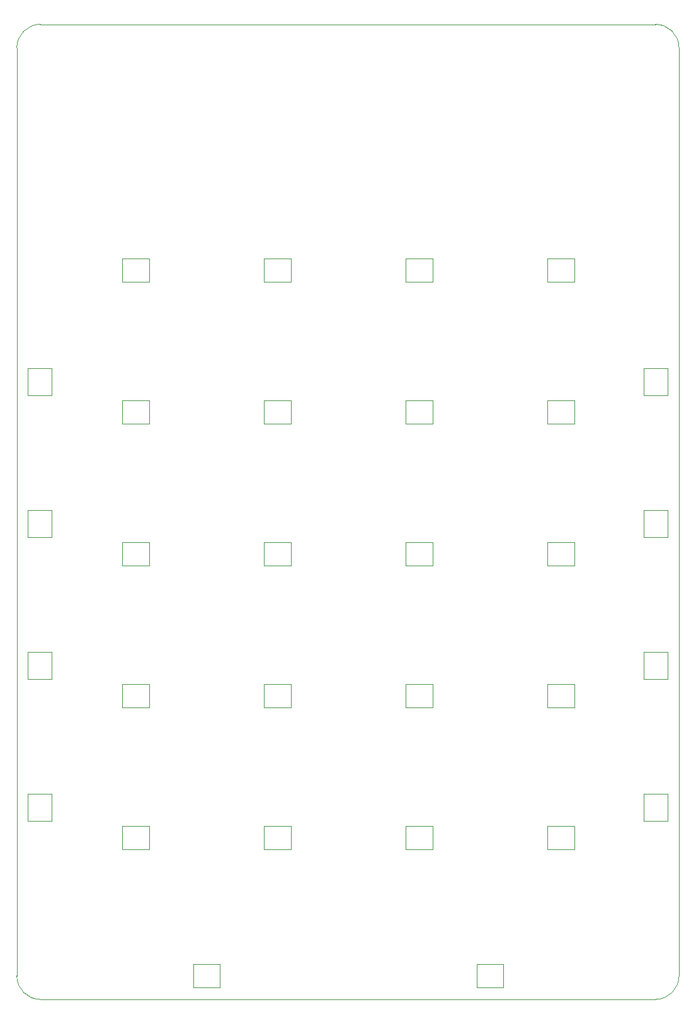
<source format=gbr>
%TF.GenerationSoftware,KiCad,Pcbnew,(5.1.8)-1*%
%TF.CreationDate,2022-08-08T09:51:38+10:00*%
%TF.ProjectId,Macropad,4d616372-6f70-4616-942e-6b696361645f,rev?*%
%TF.SameCoordinates,Original*%
%TF.FileFunction,Profile,NP*%
%FSLAX46Y46*%
G04 Gerber Fmt 4.6, Leading zero omitted, Abs format (unit mm)*
G04 Created by KiCad (PCBNEW (5.1.8)-1) date 2022-08-08 09:51:38*
%MOMM*%
%LPD*%
G01*
G04 APERTURE LIST*
%TA.AperFunction,Profile*%
%ADD10C,0.050000*%
%TD*%
G04 APERTURE END LIST*
D10*
X43688000Y-62738000D02*
G75*
G02*
X46863000Y-59563000I3175000J0D01*
G01*
X46863000Y-190500000D02*
G75*
G02*
X43688000Y-187325000I0J3175000D01*
G01*
X132715000Y-187325000D02*
G75*
G02*
X129540000Y-190500000I-3175000J0D01*
G01*
X129540000Y-59563000D02*
G75*
G02*
X132715000Y-62738000I0J-3175000D01*
G01*
X43688000Y-187325000D02*
X43688000Y-62738000D01*
X129540000Y-190500000D02*
X46863000Y-190500000D01*
X132715000Y-62738000D02*
X132715000Y-187325000D01*
X46863000Y-59563000D02*
X129540000Y-59563000D01*
%TO.C,D54*%
X118640000Y-90983000D02*
X115040000Y-90983000D01*
X115040000Y-90983000D02*
X115040000Y-94183000D01*
X118640000Y-90983000D02*
X118640000Y-94183000D01*
X118640000Y-94183000D02*
X115040000Y-94183000D01*
%TO.C,D53*%
X99590000Y-90983000D02*
X95990000Y-90983000D01*
X95990000Y-90983000D02*
X95990000Y-94183000D01*
X99590000Y-90983000D02*
X99590000Y-94183000D01*
X99590000Y-94183000D02*
X95990000Y-94183000D01*
%TO.C,D52*%
X80540000Y-90983000D02*
X76940000Y-90983000D01*
X76940000Y-90983000D02*
X76940000Y-94183000D01*
X80540000Y-90983000D02*
X80540000Y-94183000D01*
X80540000Y-94183000D02*
X76940000Y-94183000D01*
%TO.C,D51*%
X61490000Y-90983000D02*
X57890000Y-90983000D01*
X57890000Y-90983000D02*
X57890000Y-94183000D01*
X61490000Y-90983000D02*
X61490000Y-94183000D01*
X61490000Y-94183000D02*
X57890000Y-94183000D01*
%TO.C,D50*%
X45199500Y-105769000D02*
X45199500Y-109369000D01*
X48399500Y-105769000D02*
X45199500Y-105769000D01*
X48399500Y-109369000D02*
X45199500Y-109369000D01*
X48399500Y-105769000D02*
X48399500Y-109369000D01*
%TO.C,D49*%
X127940000Y-166519000D02*
X127940000Y-162919000D01*
X127940000Y-162919000D02*
X131140000Y-162919000D01*
X127940000Y-166519000D02*
X131140000Y-166519000D01*
X131140000Y-166519000D02*
X131140000Y-162919000D01*
%TO.C,D48*%
X48399500Y-124819000D02*
X48399500Y-128419000D01*
X48399500Y-128419000D02*
X45199500Y-128419000D01*
X48399500Y-124819000D02*
X45199500Y-124819000D01*
X45199500Y-124819000D02*
X45199500Y-128419000D01*
%TO.C,D47*%
X127940000Y-147469000D02*
X127940000Y-143869000D01*
X127940000Y-143869000D02*
X131140000Y-143869000D01*
X127940000Y-147469000D02*
X131140000Y-147469000D01*
X131140000Y-147469000D02*
X131140000Y-143869000D01*
%TO.C,D46*%
X118640000Y-167183000D02*
X115040000Y-167183000D01*
X115040000Y-167183000D02*
X115040000Y-170383000D01*
X118640000Y-167183000D02*
X118640000Y-170383000D01*
X118640000Y-170383000D02*
X115040000Y-170383000D01*
%TO.C,D45*%
X118640000Y-129083000D02*
X115040000Y-129083000D01*
X115040000Y-129083000D02*
X115040000Y-132283000D01*
X118640000Y-129083000D02*
X118640000Y-132283000D01*
X118640000Y-132283000D02*
X115040000Y-132283000D01*
%TO.C,D44*%
X115040000Y-151333000D02*
X118640000Y-151333000D01*
X118640000Y-151333000D02*
X118640000Y-148133000D01*
X115040000Y-151333000D02*
X115040000Y-148133000D01*
X115040000Y-148133000D02*
X118640000Y-148133000D01*
%TO.C,D43*%
X115040000Y-113233000D02*
X118640000Y-113233000D01*
X118640000Y-113233000D02*
X118640000Y-110033000D01*
X115040000Y-113233000D02*
X115040000Y-110033000D01*
X115040000Y-110033000D02*
X118640000Y-110033000D01*
%TO.C,D42*%
X48399500Y-143869000D02*
X48399500Y-147469000D01*
X48399500Y-147469000D02*
X45199500Y-147469000D01*
X48399500Y-143869000D02*
X45199500Y-143869000D01*
X45199500Y-143869000D02*
X45199500Y-147469000D01*
%TO.C,D41*%
X127940000Y-128419000D02*
X127940000Y-124819000D01*
X127940000Y-124819000D02*
X131140000Y-124819000D01*
X127940000Y-128419000D02*
X131140000Y-128419000D01*
X131140000Y-128419000D02*
X131140000Y-124819000D01*
%TO.C,D40*%
X99590000Y-167183000D02*
X95990000Y-167183000D01*
X95990000Y-167183000D02*
X95990000Y-170383000D01*
X99590000Y-167183000D02*
X99590000Y-170383000D01*
X99590000Y-170383000D02*
X95990000Y-170383000D01*
%TO.C,D39*%
X99590000Y-129083000D02*
X95990000Y-129083000D01*
X95990000Y-129083000D02*
X95990000Y-132283000D01*
X99590000Y-129083000D02*
X99590000Y-132283000D01*
X99590000Y-132283000D02*
X95990000Y-132283000D01*
%TO.C,D38*%
X95990000Y-151333000D02*
X99590000Y-151333000D01*
X99590000Y-151333000D02*
X99590000Y-148133000D01*
X95990000Y-151333000D02*
X95990000Y-148133000D01*
X95990000Y-148133000D02*
X99590000Y-148133000D01*
%TO.C,D37*%
X95990000Y-113233000D02*
X99590000Y-113233000D01*
X99590000Y-113233000D02*
X99590000Y-110033000D01*
X95990000Y-113233000D02*
X95990000Y-110033000D01*
X95990000Y-110033000D02*
X99590000Y-110033000D01*
%TO.C,D36*%
X48399500Y-162919000D02*
X48399500Y-166519000D01*
X48399500Y-166519000D02*
X45199500Y-166519000D01*
X48399500Y-162919000D02*
X45199500Y-162919000D01*
X45199500Y-162919000D02*
X45199500Y-166519000D01*
%TO.C,D35*%
X127940000Y-109369000D02*
X127940000Y-105769000D01*
X127940000Y-105769000D02*
X131140000Y-105769000D01*
X127940000Y-109369000D02*
X131140000Y-109369000D01*
X131140000Y-109369000D02*
X131140000Y-105769000D01*
%TO.C,D34*%
X80540000Y-167183000D02*
X76940000Y-167183000D01*
X76940000Y-167183000D02*
X76940000Y-170383000D01*
X80540000Y-167183000D02*
X80540000Y-170383000D01*
X80540000Y-170383000D02*
X76940000Y-170383000D01*
%TO.C,D33*%
X80540000Y-129083000D02*
X76940000Y-129083000D01*
X76940000Y-129083000D02*
X76940000Y-132283000D01*
X80540000Y-129083000D02*
X80540000Y-132283000D01*
X80540000Y-132283000D02*
X76940000Y-132283000D01*
%TO.C,D32*%
X76940000Y-151333000D02*
X80540000Y-151333000D01*
X80540000Y-151333000D02*
X80540000Y-148133000D01*
X76940000Y-151333000D02*
X76940000Y-148133000D01*
X76940000Y-148133000D02*
X80540000Y-148133000D01*
%TO.C,D31*%
X76940000Y-113233000D02*
X80540000Y-113233000D01*
X80540000Y-113233000D02*
X80540000Y-110033000D01*
X76940000Y-113233000D02*
X76940000Y-110033000D01*
X76940000Y-110033000D02*
X80540000Y-110033000D01*
%TO.C,D30*%
X67415000Y-185725000D02*
X71015000Y-185725000D01*
X71015000Y-185725000D02*
X71015000Y-188925000D01*
X67415000Y-185725000D02*
X67415000Y-188925000D01*
X67415000Y-188925000D02*
X71015000Y-188925000D01*
%TO.C,D28*%
X61490000Y-167183000D02*
X57890000Y-167183000D01*
X57890000Y-167183000D02*
X57890000Y-170383000D01*
X61490000Y-167183000D02*
X61490000Y-170383000D01*
X61490000Y-170383000D02*
X57890000Y-170383000D01*
%TO.C,D27*%
X61490000Y-129083000D02*
X57890000Y-129083000D01*
X57890000Y-129083000D02*
X57890000Y-132283000D01*
X61490000Y-129083000D02*
X61490000Y-132283000D01*
X61490000Y-132283000D02*
X57890000Y-132283000D01*
%TO.C,D26*%
X57890000Y-151333000D02*
X61490000Y-151333000D01*
X61490000Y-151333000D02*
X61490000Y-148133000D01*
X57890000Y-151333000D02*
X57890000Y-148133000D01*
X57890000Y-148133000D02*
X61490000Y-148133000D01*
%TO.C,D25*%
X57890000Y-113233000D02*
X61490000Y-113233000D01*
X61490000Y-113233000D02*
X61490000Y-110033000D01*
X57890000Y-113233000D02*
X57890000Y-110033000D01*
X57890000Y-110033000D02*
X61490000Y-110033000D01*
%TO.C,D24*%
X105515000Y-185725000D02*
X109115000Y-185725000D01*
X109115000Y-185725000D02*
X109115000Y-188925000D01*
X105515000Y-185725000D02*
X105515000Y-188925000D01*
X105515000Y-188925000D02*
X109115000Y-188925000D01*
%TD*%
M02*

</source>
